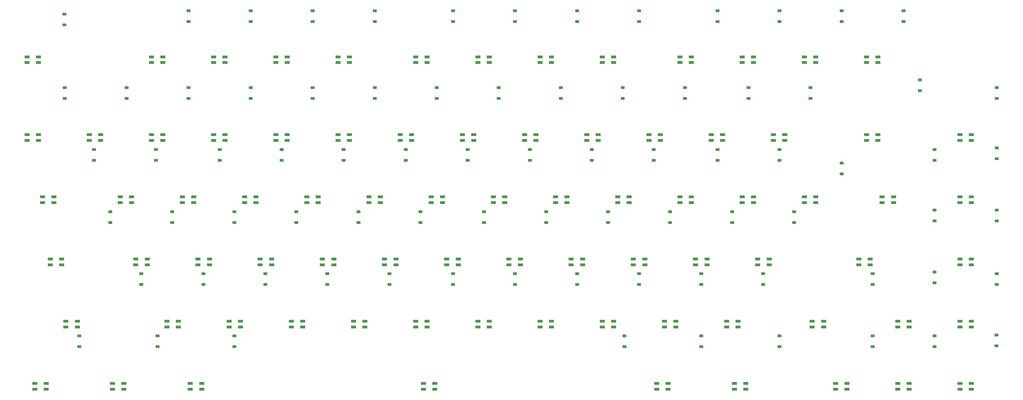
<source format=gbr>
%TF.GenerationSoftware,KiCad,Pcbnew,9.0.7*%
%TF.CreationDate,2026-01-25T14:01:01+00:00*%
%TF.ProjectId,pcb,7063622e-6b69-4636-9164-5f7063625858,rev?*%
%TF.SameCoordinates,Original*%
%TF.FileFunction,Paste,Top*%
%TF.FilePolarity,Positive*%
%FSLAX46Y46*%
G04 Gerber Fmt 4.6, Leading zero omitted, Abs format (unit mm)*
G04 Created by KiCad (PCBNEW 9.0.7) date 2026-01-25 14:01:01*
%MOMM*%
%LPD*%
G01*
G04 APERTURE LIST*
G04 Aperture macros list*
%AMRoundRect*
0 Rectangle with rounded corners*
0 $1 Rounding radius*
0 $2 $3 $4 $5 $6 $7 $8 $9 X,Y pos of 4 corners*
0 Add a 4 corners polygon primitive as box body*
4,1,4,$2,$3,$4,$5,$6,$7,$8,$9,$2,$3,0*
0 Add four circle primitives for the rounded corners*
1,1,$1+$1,$2,$3*
1,1,$1+$1,$4,$5*
1,1,$1+$1,$6,$7*
1,1,$1+$1,$8,$9*
0 Add four rect primitives between the rounded corners*
20,1,$1+$1,$2,$3,$4,$5,0*
20,1,$1+$1,$4,$5,$6,$7,0*
20,1,$1+$1,$6,$7,$8,$9,0*
20,1,$1+$1,$8,$9,$2,$3,0*%
G04 Aperture macros list end*
%ADD10R,1.600000X0.850000*%
%ADD11RoundRect,0.225000X-0.375000X0.225000X-0.375000X-0.225000X0.375000X-0.225000X0.375000X0.225000X0*%
G04 APERTURE END LIST*
D10*
%TO.C,e23*%
X231612500Y-56275000D03*
X231612500Y-58025000D03*
X235112500Y-58025000D03*
X235112500Y-56275000D03*
%TD*%
D11*
%TO.C,D22*%
X223725000Y-41887500D03*
X223725000Y-45187500D03*
%TD*%
D10*
%TO.C,e25*%
X269712500Y-56275000D03*
X269712500Y-58025000D03*
X273212500Y-58025000D03*
X273212500Y-56275000D03*
%TD*%
%TO.C,e36*%
X203037500Y-75325000D03*
X203037500Y-77075000D03*
X206537500Y-77075000D03*
X206537500Y-75325000D03*
%TD*%
D11*
%TO.C,D72*%
X376225000Y-79387500D03*
X376225000Y-82687500D03*
%TD*%
%TO.C,D12*%
X328725000Y-18387500D03*
X328725000Y-21687500D03*
%TD*%
D10*
%TO.C,e50*%
X188750000Y-94375000D03*
X188750000Y-96125000D03*
X192250000Y-96125000D03*
X192250000Y-94375000D03*
%TD*%
D11*
%TO.C,D70*%
X376225000Y-60387500D03*
X376225000Y-63687500D03*
%TD*%
%TO.C,D30*%
X104725000Y-79887500D03*
X104725000Y-83187500D03*
%TD*%
%TO.C,D28*%
X352725000Y-39562500D03*
X352725000Y-42862500D03*
%TD*%
D10*
%TO.C,e81*%
X364962500Y-132475000D03*
X364962500Y-134225000D03*
X368462500Y-134225000D03*
X368462500Y-132475000D03*
%TD*%
D11*
%TO.C,D35*%
X157225000Y-60887500D03*
X157225000Y-64187500D03*
%TD*%
%TO.C,D23*%
X242725000Y-41887500D03*
X242725000Y-45187500D03*
%TD*%
D10*
%TO.C,e64*%
X198275000Y-113425000D03*
X198275000Y-115175000D03*
X201775000Y-115175000D03*
X201775000Y-113425000D03*
%TD*%
D11*
%TO.C,D41*%
X214225000Y-60887500D03*
X214225000Y-64187500D03*
%TD*%
%TO.C,D25*%
X280725000Y-41887500D03*
X280725000Y-45187500D03*
%TD*%
%TO.C,D3*%
X147725000Y-18387500D03*
X147725000Y-21687500D03*
%TD*%
D10*
%TO.C,e6*%
X198275000Y-32462500D03*
X198275000Y-34212500D03*
X201775000Y-34212500D03*
X201775000Y-32462500D03*
%TD*%
D11*
%TO.C,D19*%
X166725000Y-41887500D03*
X166725000Y-45187500D03*
%TD*%
%TO.C,D68*%
X376225000Y-41887500D03*
X376225000Y-45187500D03*
%TD*%
D10*
%TO.C,e46*%
X112550000Y-94375000D03*
X112550000Y-96125000D03*
X116050000Y-96125000D03*
X116050000Y-94375000D03*
%TD*%
D11*
%TO.C,D67*%
X209725000Y-98887500D03*
X209725000Y-102187500D03*
%TD*%
D10*
%TO.C,e31*%
X107787500Y-75325000D03*
X107787500Y-77075000D03*
X111287500Y-77075000D03*
X111287500Y-75325000D03*
%TD*%
D11*
%TO.C,D42*%
X219225000Y-79887500D03*
X219225000Y-83187500D03*
%TD*%
%TO.C,D37*%
X176225000Y-60887500D03*
X176225000Y-64187500D03*
%TD*%
D10*
%TO.C,e5*%
X174462500Y-32462500D03*
X174462500Y-34212500D03*
X177962500Y-34212500D03*
X177962500Y-32462500D03*
%TD*%
D11*
%TO.C,D57*%
X114225000Y-98887500D03*
X114225000Y-102187500D03*
%TD*%
%TO.C,D4*%
X166725000Y-18387500D03*
X166725000Y-21687500D03*
%TD*%
%TO.C,D20*%
X185725000Y-41887500D03*
X185725000Y-45187500D03*
%TD*%
D10*
%TO.C,e41*%
X298287500Y-75325000D03*
X298287500Y-77075000D03*
X301787500Y-77075000D03*
X301787500Y-75325000D03*
%TD*%
%TO.C,e58*%
X364962500Y-94375000D03*
X364962500Y-96125000D03*
X368462500Y-96125000D03*
X368462500Y-94375000D03*
%TD*%
%TO.C,e65*%
X217325000Y-113425000D03*
X217325000Y-115175000D03*
X220825000Y-115175000D03*
X220825000Y-113425000D03*
%TD*%
%TO.C,e8*%
X236375000Y-32462500D03*
X236375000Y-34212500D03*
X239875000Y-34212500D03*
X239875000Y-32462500D03*
%TD*%
%TO.C,e9*%
X255425000Y-32462500D03*
X255425000Y-34212500D03*
X258925000Y-34212500D03*
X258925000Y-32462500D03*
%TD*%
D11*
%TO.C,D49*%
X290725000Y-60887500D03*
X290725000Y-64187500D03*
%TD*%
%TO.C,D77*%
X304725000Y-98887500D03*
X304725000Y-102187500D03*
%TD*%
D10*
%TO.C,e29*%
X364962500Y-56275000D03*
X364962500Y-58025000D03*
X368462500Y-58025000D03*
X368462500Y-56275000D03*
%TD*%
D11*
%TO.C,D76*%
X309725000Y-117887500D03*
X309725000Y-121187500D03*
%TD*%
%TO.C,D18*%
X147725000Y-41887500D03*
X147725000Y-45187500D03*
%TD*%
D10*
%TO.C,e22*%
X212562500Y-56275000D03*
X212562500Y-58025000D03*
X216062500Y-58025000D03*
X216062500Y-56275000D03*
%TD*%
%TO.C,e12*%
X317337500Y-32462500D03*
X317337500Y-34212500D03*
X320837500Y-34212500D03*
X320837500Y-32462500D03*
%TD*%
%TO.C,e53*%
X245900000Y-94375000D03*
X245900000Y-96125000D03*
X249400000Y-96125000D03*
X249400000Y-94375000D03*
%TD*%
%TO.C,e38*%
X241137500Y-75325000D03*
X241137500Y-77075000D03*
X244637500Y-77075000D03*
X244637500Y-75325000D03*
%TD*%
%TO.C,e56*%
X303050000Y-94375000D03*
X303050000Y-96125000D03*
X306550000Y-96125000D03*
X306550000Y-94375000D03*
%TD*%
D11*
%TO.C,D63*%
X171225000Y-98887500D03*
X171225000Y-102187500D03*
%TD*%
D10*
%TO.C,e11*%
X298287500Y-32462500D03*
X298287500Y-34212500D03*
X301787500Y-34212500D03*
X301787500Y-32462500D03*
%TD*%
D11*
%TO.C,D53*%
X328725000Y-65025000D03*
X328725000Y-68325000D03*
%TD*%
%TO.C,D2*%
X128725000Y-18387500D03*
X128725000Y-21687500D03*
%TD*%
D10*
%TO.C,e40*%
X279237500Y-75325000D03*
X279237500Y-77075000D03*
X282737500Y-77075000D03*
X282737500Y-75325000D03*
%TD*%
%TO.C,e21*%
X193512500Y-56275000D03*
X193512500Y-58025000D03*
X197012500Y-58025000D03*
X197012500Y-56275000D03*
%TD*%
D11*
%TO.C,D10*%
X290725000Y-18387500D03*
X290725000Y-21687500D03*
%TD*%
D10*
%TO.C,e19*%
X155412500Y-56275000D03*
X155412500Y-58025000D03*
X158912500Y-58025000D03*
X158912500Y-56275000D03*
%TD*%
D11*
%TO.C,D71*%
X247725000Y-98887500D03*
X247725000Y-102187500D03*
%TD*%
%TO.C,D34*%
X142725000Y-79887500D03*
X142725000Y-83187500D03*
%TD*%
%TO.C,D62*%
X142725000Y-117887500D03*
X142725000Y-121187500D03*
%TD*%
%TO.C,D74*%
X285725000Y-117887500D03*
X285725000Y-121187500D03*
%TD*%
D10*
%TO.C,e4*%
X155412500Y-32462500D03*
X155412500Y-34212500D03*
X158912500Y-34212500D03*
X158912500Y-32462500D03*
%TD*%
%TO.C,e48*%
X150650000Y-94375000D03*
X150650000Y-96125000D03*
X154150000Y-96125000D03*
X154150000Y-94375000D03*
%TD*%
D11*
%TO.C,D26*%
X300225000Y-41887500D03*
X300225000Y-45187500D03*
%TD*%
%TO.C,D52*%
X314225000Y-79887500D03*
X314225000Y-83187500D03*
%TD*%
D10*
%TO.C,e54*%
X264950000Y-94375000D03*
X264950000Y-96125000D03*
X268450000Y-96125000D03*
X268450000Y-94375000D03*
%TD*%
%TO.C,e73*%
X81593750Y-132475000D03*
X81593750Y-134225000D03*
X85093750Y-134225000D03*
X85093750Y-132475000D03*
%TD*%
%TO.C,e43*%
X341150000Y-75325000D03*
X341150000Y-77075000D03*
X344650000Y-77075000D03*
X344650000Y-75325000D03*
%TD*%
D11*
%TO.C,D38*%
X180725000Y-79887500D03*
X180725000Y-83187500D03*
%TD*%
%TO.C,D61*%
X152225000Y-98887500D03*
X152225000Y-102187500D03*
%TD*%
D10*
%TO.C,e39*%
X260187500Y-75325000D03*
X260187500Y-77075000D03*
X263687500Y-77075000D03*
X263687500Y-75325000D03*
%TD*%
%TO.C,e20*%
X174462500Y-56275000D03*
X174462500Y-58025000D03*
X177962500Y-58025000D03*
X177962500Y-56275000D03*
%TD*%
%TO.C,e44*%
X364962500Y-75325000D03*
X364962500Y-77075000D03*
X368462500Y-77075000D03*
X368462500Y-75325000D03*
%TD*%
%TO.C,e69*%
X293525000Y-113425000D03*
X293525000Y-115175000D03*
X297025000Y-115175000D03*
X297025000Y-113425000D03*
%TD*%
D11*
%TO.C,D82*%
X357225000Y-117887500D03*
X357225000Y-121187500D03*
%TD*%
D10*
%TO.C,e63*%
X179225000Y-113425000D03*
X179225000Y-115175000D03*
X182725000Y-115175000D03*
X182725000Y-113425000D03*
%TD*%
D11*
%TO.C,D27*%
X319225000Y-41887500D03*
X319225000Y-45187500D03*
%TD*%
%TO.C,D80*%
X338225000Y-117887500D03*
X338225000Y-121187500D03*
%TD*%
%TO.C,D43*%
X233225000Y-60887500D03*
X233225000Y-64187500D03*
%TD*%
%TO.C,D75*%
X285725000Y-98887500D03*
X285725000Y-102187500D03*
%TD*%
%TO.C,D54*%
X357225000Y-79387500D03*
X357225000Y-82687500D03*
%TD*%
%TO.C,D7*%
X228725000Y-18387500D03*
X228725000Y-21687500D03*
%TD*%
%TO.C,D32*%
X123725000Y-79887500D03*
X123725000Y-83187500D03*
%TD*%
D10*
%TO.C,e67*%
X255425000Y-113425000D03*
X255425000Y-115175000D03*
X258925000Y-115175000D03*
X258925000Y-113425000D03*
%TD*%
%TO.C,e62*%
X160175000Y-113425000D03*
X160175000Y-115175000D03*
X163675000Y-115175000D03*
X163675000Y-113425000D03*
%TD*%
%TO.C,e3*%
X136362500Y-32462500D03*
X136362500Y-34212500D03*
X139862500Y-34212500D03*
X139862500Y-32462500D03*
%TD*%
D11*
%TO.C,D47*%
X271225000Y-60887500D03*
X271225000Y-64187500D03*
%TD*%
D10*
%TO.C,e28*%
X336387500Y-56275000D03*
X336387500Y-58025000D03*
X339887500Y-58025000D03*
X339887500Y-56275000D03*
%TD*%
%TO.C,e75*%
X129218750Y-132475000D03*
X129218750Y-134225000D03*
X132718750Y-134225000D03*
X132718750Y-132475000D03*
%TD*%
%TO.C,e77*%
X272093750Y-132475000D03*
X272093750Y-134225000D03*
X275593750Y-134225000D03*
X275593750Y-132475000D03*
%TD*%
D11*
%TO.C,D44*%
X238225000Y-79887500D03*
X238225000Y-83187500D03*
%TD*%
D10*
%TO.C,e49*%
X169700000Y-94375000D03*
X169700000Y-96125000D03*
X173200000Y-96125000D03*
X173200000Y-94375000D03*
%TD*%
D11*
%TO.C,D45*%
X252225000Y-60887500D03*
X252225000Y-64187500D03*
%TD*%
%TO.C,D85*%
X376225000Y-98887500D03*
X376225000Y-102187500D03*
%TD*%
D10*
%TO.C,e55*%
X284000000Y-94375000D03*
X284000000Y-96125000D03*
X287500000Y-96125000D03*
X287500000Y-94375000D03*
%TD*%
D11*
%TO.C,D73*%
X266725000Y-98887500D03*
X266725000Y-102187500D03*
%TD*%
D10*
%TO.C,e47*%
X131600000Y-94375000D03*
X131600000Y-96125000D03*
X135100000Y-96125000D03*
X135100000Y-94375000D03*
%TD*%
D11*
%TO.C,D48*%
X276225000Y-79887500D03*
X276225000Y-83187500D03*
%TD*%
%TO.C,D58*%
X95225000Y-117887500D03*
X95225000Y-121187500D03*
%TD*%
D10*
%TO.C,e74*%
X105406250Y-132475000D03*
X105406250Y-134225000D03*
X108906250Y-134225000D03*
X108906250Y-132475000D03*
%TD*%
D11*
%TO.C,D13*%
X347725000Y-18387500D03*
X347725000Y-21687500D03*
%TD*%
%TO.C,D29*%
X99725000Y-60887500D03*
X99725000Y-64187500D03*
%TD*%
%TO.C,D36*%
X161725000Y-79887500D03*
X161725000Y-83187500D03*
%TD*%
D10*
%TO.C,e45*%
X86356250Y-94375000D03*
X86356250Y-96125000D03*
X89856250Y-96125000D03*
X89856250Y-94375000D03*
%TD*%
D11*
%TO.C,D86*%
X376201885Y-117692315D03*
X376201885Y-120992315D03*
%TD*%
%TO.C,D24*%
X261725000Y-41887500D03*
X261725000Y-45187500D03*
%TD*%
D10*
%TO.C,e17*%
X117312500Y-56275000D03*
X117312500Y-58025000D03*
X120812500Y-58025000D03*
X120812500Y-56275000D03*
%TD*%
D11*
%TO.C,D17*%
X128725000Y-41887500D03*
X128725000Y-45187500D03*
%TD*%
D10*
%TO.C,e71*%
X345912500Y-113425000D03*
X345912500Y-115175000D03*
X349412500Y-115175000D03*
X349412500Y-113425000D03*
%TD*%
D11*
%TO.C,D39*%
X195225000Y-60887500D03*
X195225000Y-64187500D03*
%TD*%
D10*
%TO.C,e51*%
X207800000Y-94375000D03*
X207800000Y-96125000D03*
X211300000Y-96125000D03*
X211300000Y-94375000D03*
%TD*%
%TO.C,e18*%
X136362500Y-56275000D03*
X136362500Y-58025000D03*
X139862500Y-58025000D03*
X139862500Y-56275000D03*
%TD*%
%TO.C,e42*%
X317337500Y-75325000D03*
X317337500Y-77075000D03*
X320837500Y-77075000D03*
X320837500Y-75325000D03*
%TD*%
D11*
%TO.C,D15*%
X90725000Y-41887500D03*
X90725000Y-45187500D03*
%TD*%
D10*
%TO.C,e7*%
X217325000Y-32462500D03*
X217325000Y-34212500D03*
X220825000Y-34212500D03*
X220825000Y-32462500D03*
%TD*%
D11*
%TO.C,D46*%
X257225000Y-79887500D03*
X257225000Y-83187500D03*
%TD*%
D10*
%TO.C,e14*%
X336387500Y-32462500D03*
X336387500Y-34212500D03*
X339887500Y-34212500D03*
X339887500Y-32462500D03*
%TD*%
D11*
%TO.C,D60*%
X119225000Y-117887500D03*
X119225000Y-121187500D03*
%TD*%
%TO.C,D8*%
X247725000Y-18387500D03*
X247725000Y-21687500D03*
%TD*%
%TO.C,D50*%
X295225000Y-79887500D03*
X295225000Y-83187500D03*
%TD*%
%TO.C,D16*%
X109725000Y-41887500D03*
X109725000Y-45187500D03*
%TD*%
D10*
%TO.C,e26*%
X288762500Y-56275000D03*
X288762500Y-58025000D03*
X292262500Y-58025000D03*
X292262500Y-56275000D03*
%TD*%
%TO.C,e66*%
X236375000Y-113425000D03*
X236375000Y-115175000D03*
X239875000Y-115175000D03*
X239875000Y-113425000D03*
%TD*%
D11*
%TO.C,D40*%
X199725000Y-79887500D03*
X199725000Y-83187500D03*
%TD*%
%TO.C,D65*%
X190225000Y-98887500D03*
X190225000Y-102187500D03*
%TD*%
%TO.C,D9*%
X266725000Y-18387500D03*
X266725000Y-21687500D03*
%TD*%
D10*
%TO.C,e78*%
X295906250Y-132475000D03*
X295906250Y-134225000D03*
X299406250Y-134225000D03*
X299406250Y-132475000D03*
%TD*%
%TO.C,e34*%
X164937500Y-75325000D03*
X164937500Y-77075000D03*
X168437500Y-77075000D03*
X168437500Y-75325000D03*
%TD*%
%TO.C,e79*%
X326862500Y-132475000D03*
X326862500Y-134225000D03*
X330362500Y-134225000D03*
X330362500Y-132475000D03*
%TD*%
%TO.C,e1*%
X79212500Y-32462500D03*
X79212500Y-34212500D03*
X82712500Y-34212500D03*
X82712500Y-32462500D03*
%TD*%
%TO.C,e27*%
X307812500Y-56275000D03*
X307812500Y-58025000D03*
X311312500Y-58025000D03*
X311312500Y-56275000D03*
%TD*%
%TO.C,e30*%
X83975000Y-75325000D03*
X83975000Y-77075000D03*
X87475000Y-77075000D03*
X87475000Y-75325000D03*
%TD*%
%TO.C,e2*%
X117312500Y-32462500D03*
X117312500Y-34212500D03*
X120812500Y-34212500D03*
X120812500Y-32462500D03*
%TD*%
D11*
%TO.C,D1*%
X90640000Y-19350000D03*
X90640000Y-22650000D03*
%TD*%
%TO.C,D79*%
X338225000Y-98887500D03*
X338225000Y-102187500D03*
%TD*%
%TO.C,D31*%
X118725000Y-60887500D03*
X118725000Y-64187500D03*
%TD*%
%TO.C,D51*%
X309725000Y-60887500D03*
X309725000Y-64187500D03*
%TD*%
%TO.C,D69*%
X228725000Y-98887500D03*
X228725000Y-102187500D03*
%TD*%
D10*
%TO.C,e52*%
X226850000Y-94375000D03*
X226850000Y-96125000D03*
X230350000Y-96125000D03*
X230350000Y-94375000D03*
%TD*%
D11*
%TO.C,D55*%
X357225000Y-60887500D03*
X357225000Y-64187500D03*
%TD*%
D10*
%TO.C,e80*%
X345912500Y-132475000D03*
X345912500Y-134225000D03*
X349412500Y-134225000D03*
X349412500Y-132475000D03*
%TD*%
D11*
%TO.C,D64*%
X262225000Y-117887500D03*
X262225000Y-121187500D03*
%TD*%
%TO.C,D81*%
X357225000Y-98387500D03*
X357225000Y-101687500D03*
%TD*%
D10*
%TO.C,e68*%
X274475000Y-113425000D03*
X274475000Y-115175000D03*
X277975000Y-115175000D03*
X277975000Y-113425000D03*
%TD*%
%TO.C,e60*%
X122075000Y-113425000D03*
X122075000Y-115175000D03*
X125575000Y-115175000D03*
X125575000Y-113425000D03*
%TD*%
D11*
%TO.C,D11*%
X309725000Y-18387500D03*
X309725000Y-21687500D03*
%TD*%
D10*
%TO.C,e32*%
X126837500Y-75325000D03*
X126837500Y-77075000D03*
X130337500Y-77075000D03*
X130337500Y-75325000D03*
%TD*%
%TO.C,e37*%
X222087500Y-75325000D03*
X222087500Y-77075000D03*
X225587500Y-77075000D03*
X225587500Y-75325000D03*
%TD*%
%TO.C,e57*%
X334006250Y-94375000D03*
X334006250Y-96125000D03*
X337506250Y-96125000D03*
X337506250Y-94375000D03*
%TD*%
%TO.C,e76*%
X200656250Y-132475000D03*
X200656250Y-134225000D03*
X204156250Y-134225000D03*
X204156250Y-132475000D03*
%TD*%
%TO.C,e72*%
X364962500Y-113425000D03*
X364962500Y-115175000D03*
X368462500Y-115175000D03*
X368462500Y-113425000D03*
%TD*%
D11*
%TO.C,D59*%
X133225000Y-98887500D03*
X133225000Y-102187500D03*
%TD*%
%TO.C,D5*%
X185725000Y-18387500D03*
X185725000Y-21687500D03*
%TD*%
D10*
%TO.C,e61*%
X141125000Y-113425000D03*
X141125000Y-115175000D03*
X144625000Y-115175000D03*
X144625000Y-113425000D03*
%TD*%
%TO.C,e59*%
X91118750Y-113425000D03*
X91118750Y-115175000D03*
X94618750Y-115175000D03*
X94618750Y-113425000D03*
%TD*%
%TO.C,e35*%
X183987500Y-75325000D03*
X183987500Y-77075000D03*
X187487500Y-77075000D03*
X187487500Y-75325000D03*
%TD*%
%TO.C,e16*%
X98262500Y-56275000D03*
X98262500Y-58025000D03*
X101762500Y-58025000D03*
X101762500Y-56275000D03*
%TD*%
D11*
%TO.C,D21*%
X204725000Y-41887500D03*
X204725000Y-45187500D03*
%TD*%
D10*
%TO.C,e24*%
X250662500Y-56275000D03*
X250662500Y-58025000D03*
X254162500Y-58025000D03*
X254162500Y-56275000D03*
%TD*%
%TO.C,e10*%
X279237500Y-32462500D03*
X279237500Y-34212500D03*
X282737500Y-34212500D03*
X282737500Y-32462500D03*
%TD*%
D11*
%TO.C,D6*%
X209725000Y-18387500D03*
X209725000Y-21687500D03*
%TD*%
%TO.C,D33*%
X138225000Y-60887500D03*
X138225000Y-64187500D03*
%TD*%
D10*
%TO.C,e70*%
X319718750Y-113425000D03*
X319718750Y-115175000D03*
X323218750Y-115175000D03*
X323218750Y-113425000D03*
%TD*%
%TO.C,e15*%
X79212500Y-56275000D03*
X79212500Y-58025000D03*
X82712500Y-58025000D03*
X82712500Y-56275000D03*
%TD*%
%TO.C,e33*%
X145887500Y-75325000D03*
X145887500Y-77075000D03*
X149387500Y-77075000D03*
X149387500Y-75325000D03*
%TD*%
M02*

</source>
